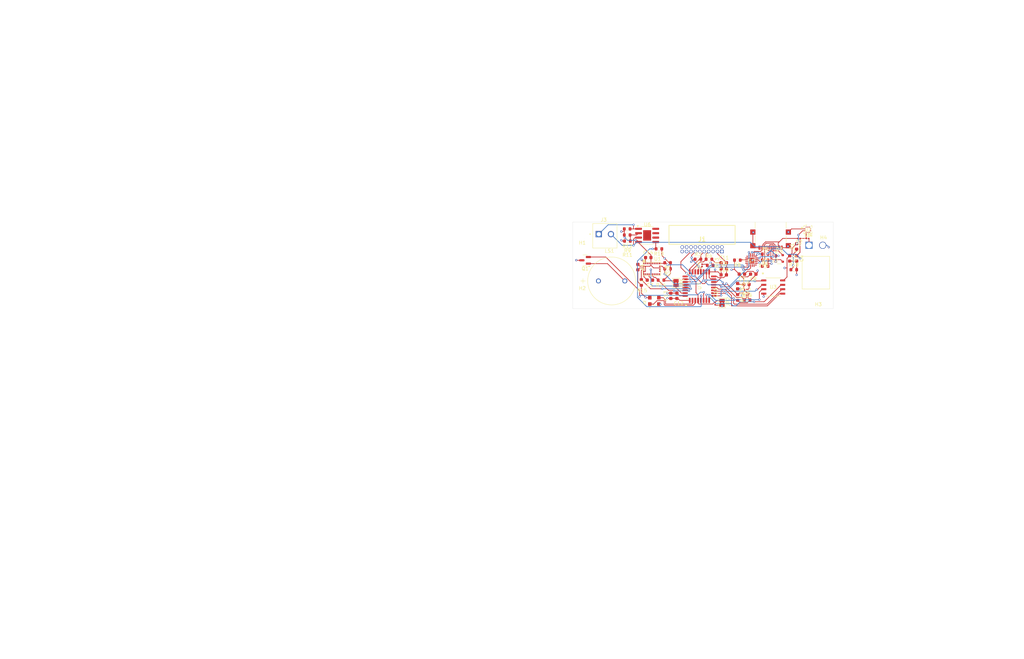
<source format=kicad_pcb>
(kicad_pcb (version 20241229) (generator "pcbnew") (generator_version "9.0")
  (layers (0 "F.Cu" signal) (4 "In1.Cu" power) (6 "In2.Cu" power) (2 "B.Cu" signal) (13 "F.Paste" user) (15 "B.Paste" user) (5 "F.SilkS" user "F.Silkscreen") (7 "B.SilkS" user "B.Silkscreen") (1 "F.Mask" user) (3 "B.Mask" user) (25 "Edge.Cuts" user))
  (net 0 "")
  (net 1 "GND")
  (net 2 "+3V3")
  (net 3 "Net-(U1-CAP)")
  (net 4 "VIN")
  (net 5 "NRST")
  (net 6 "Net-(D1-K)")
  (net 7 "VBUS")
  (net 8 "Net-(J2-DN1)")
  (net 9 "Net-(J2-DP1)")
  (net 10 "Net-(D4-K)")
  (net 11 "COOLLED")
  (net 12 "LIPO_POWER")
  (net 14 "PROG_SWDIO")
  (net 16 "PROG_SWO")
  (net 17 "PROG_SWCLK")
  (net 19 "Net-(J2-CC1)")
  (net 22 "Net-(U6-+)")
  (net 23 "BOOT")
  (net 24 "Net-(Q1-D)")
  (net 25 "Buzzer")
  (net 26 "Altimeter_SDA")
  (net 27 "Altimeter_SCL")
  (net 28 "Net-(U5-VBUS)")
  (net 29 "Net-(U5-WAKEUP)")
  (net 30 "SWITCH")
  (net 31 "Net-(U6--)")
  (net 32 "IMU_nRESET")
  (net 33 "IMU_nBOOTLOADPIN")
  (net 39 "IMU_BL_IND")
  (net 41 "Flash_SO")
  (net 42 "Flash_WP")
  (net 43 "Flash_SI")
  (net 44 "Flash_Hold")
  (net 45 "Flash_CE")
  (net 46 "Flash_SCK")
  (net 49 "USB_RXD")
  (net 52 "USB_RSTB")
  (net 59 "USB_TXD")
  (net 60 "RCC_OSC_IN")
  (net 61 "RCC_OSC_OUT")
  (footprint "Resistor_SMD:R_0603_1608Metric" (layer "F.Cu") (at 209.175 51.75)
    (property "Reference" "R18")
    (property "Value" "240" (hide yes))
  )
  (footprint "Capacitor_SMD:C_0603_1608Metric" (layer "F.Cu") (at 208 48.5 -90)
    (property "Reference" "C3")
    (property "Value" "10uF" (hide yes))
  )
  (footprint "footprint:LGA28R50P4X10_380X520X100" (layer "F.Cu") (at 168.25 51.5)
    (property "Reference" "U1")
    (property "Value" "BNO055" (hide yes))
  )
  (footprint "MountingHole:MountingHole_2.2mm_M2" (layer "F.Cu") (at 148.25 60.25)
    (property "Reference" "H2")
    (property "Value" "MountingHole" (hide yes))
  )
  (footprint "Capacitor_SMD:C_0201_0603Metric" (layer "F.Cu") (at 186.5 61.5 -90)
    (property "Reference" "C15")
    (property "Value" "0.1uF" (hide yes))
  )
  (footprint "Resistor_SMD:R_0603_1608Metric" (layer "F.Cu") (at 193 59.75 -90)
    (property "Reference" "R17")
    (property "Value" "4.7K" (hide yes))
  )
  (footprint "Diode_SMD:D_0201_0603Metric" (layer "F.Cu") (at 182.75 50.5 -90)
    (property "Reference" "D4")
    (property "Value" "LED" (hide yes))
  )
  (footprint "footprint:PHOENIX_1984617" (layer "F.Cu") (at 151.25 45.5)
    (property "Reference" "J3")
    (property "Value" "1984617" (hide yes))
  )
  (footprint "Resistor_SMD:R_0603_1608Metric" (layer "F.Cu") (at 161.25 43.5)
    (property "Reference" "R11")
    (property "Value" "10k" (hide yes))
  )
  (footprint "MountingHole:MountingHole_2.2mm_M2" (layer "F.Cu") (at 217.75 60.25)
    (property "Reference" "H3")
    (property "Value" "MountingHole" (hide yes))
  )
  (footprint "Jumper:SolderJumper-2_P1.3mm_Bridged2Bar_Pad1.0x1.5mm" (layer "F.Cu") (at 188.503115 61.317372 -90)
    (property "Reference" "JP2")
    (property "Value" "Jumper_2_Open" (hide yes))
  )
  (footprint "Resistor_SMD:R_0603_1608Metric" (layer "F.Cu") (at 161.175 41.75 180)
    (property "Reference" "R12")
    (property "Value" "10k" (hide yes))
  )
  (footprint "Resistor_SMD:R_0603_1608Metric" (layer "F.Cu") (at 192.925 49 180)
    (property "Reference" "R8")
    (property "Value" "10k")
  )
  (footprint "footprint:10LGA_2X2X0p75_BOS" (layer "F.Cu") (at 213.25 40.25)
    (property "Reference" "U2")
    (property "Value" "LMS8117AMP-3.3" (hide yes))
  )
  (footprint "Resistor_SMD:R_0603_1608Metric" (layer "F.Cu") (at 170.925 54.75 180)
    (property "Reference" "R14")
    (property "Value" "R")
  )
  (footprint "Capacitor_SMD:C_0603_1608Metric" (layer "F.Cu") (at 210 48.5 -90)
    (property "Reference" "C4")
    (property "Value" "10uF" (hide yes))
  )
  (footprint "Resistor_SMD:R_0603_1608Metric" (layer "F.Cu") (at 170.325 45.75 180)
    (property "Reference" "R10")
    (property "Value" "10k")
  )
  (footprint "footprint:OSC_ECS-327TXO-33-TR" (layer "F.Cu") (at 169 60.75 90)
    (property "Reference" "Y2")
    (property "Value" "ECS-327TXO-33-TR" (hide yes))
  )
  (footprint "Capacitor_SMD:C_0603_1608Metric" (layer "F.Cu") (at 175.5 59.275 90)
    (property "Reference" "C12")
    (property "Value" "10nF" (hide yes))
  )
  (footprint "Capacitor_SMD:C_0603_1608Metric" (layer "F.Cu") (at 194.225 53.026 180)
    (property "Reference" "C7")
    (property "Value" "4.7uF" (hide yes))
  )
  (footprint "footprint:322020020000" (layer "F.Cu") (at 188.465 46.5 180)
    (property "Reference" "J1")
    (property "Value" "3220-20-0200-00" (hide yes))
  )
  (footprint "footprint:LQFP-32" (layer "F.Cu") (at 182 56.5 90)
    (property "Reference" "U7")
    (property "Value" "STM32G441KBT6" (hide yes))
  )
  (footprint "Package_SO:SOIC-8-1EP_3.9x4.9mm_P1.27mm_EP2.29x3mm" (layer "F.Cu") (at 166.93 41.865)
    (property "Reference" "U6")
    (property "Value" "~")
  )
  (footprint "Capacitor_SMD:C_0603_1608Metric" (layer "F.Cu") (at 197.5 53.026 180)
    (property "Reference" "C8")
    (property "Value" "0.1uF" (hide yes))
  )
  (footprint "Resistor_SMD:R_0603_1608Metric" (layer "F.Cu") (at 200.925 49 180)
    (property "Reference" "R6")
    (property "Value" "47.5k" (hide yes))
  )
  (footprint "Capacitor_SMD:C_0603_1608Metric" (layer "F.Cu") (at 167.725 54.75 180)
    (property "Reference" "C2")
    (property "Value" "1uF")
  )
  (footprint "Jumper:SolderJumper-2_P1.3mm_Bridged2Bar_Pad1.0x1.5mm" (layer "F.Cu") (at 175.25 55.6 -90)
    (property "Reference" "JP1")
    (property "Value" "Jumper_2_Open" (hide yes))
  )
  (footprint "Capacitor_SMD:C_0603_1608Metric" (layer "F.Cu") (at 164.25 51 -90)
    (property "Reference" "C1")
    (property "Value" "100nF" (hide yes))
  )
  (footprint "Capacitor_SMD:C_0603_1608Metric" (layer "F.Cu") (at 193 56.5 -90)
    (property "Reference" "C6")
    (property "Value" "1uF" (hide yes))
  )
  (footprint "Capacitor_SMD:C_0603_1608Metric" (layer "F.Cu") (at 189.025 49.75)
    (property "Reference" "C11")
    (property "Value" "100nF" (hide yes))
  )
  (footprint "Resistor_SMD:R_0603_1608Metric" (layer "F.Cu") (at 165.25 55.425 90)
    (property "Reference" "R15")
    (property "Value" "10k" (hide yes))
  )
  (footprint "LED_SMD:LED_0603_1608Metric" (layer "F.Cu") (at 210 45.0375 90)
    (property "Reference" "D1")
    (property "Value" "LED")
  )
  (footprint "Resistor_SMD:R_0603_1608Metric" (layer "F.Cu") (at 184.744911 48.74062 180)
    (property "Reference" "R4")
    (property "Value" "100k" (hide yes))
  )
  (footprint "Resistor_SMD:R_0603_1608Metric" (layer "F.Cu") (at 195.75 60.5)
    (property "Reference" "R16")
    (property "Value" "4.7K" (hide yes))
  )
  (footprint "Capacitor_SMD:C_0603_1608Metric" (layer "F.Cu") (at 195.525 56)
    (property "Reference" "C5")
    (property "Value" "1uF" (hide yes))
  )
  (footprint "MountingHole:MountingHole_2.2mm_M2" (layer "F.Cu") (at 148.25 40.75)
    (property "Reference" "H1")
    (property "Value" "MountingHole" (hide yes))
  )
  (footprint "Resistor_SMD:R_0603_1608Metric" (layer "F.Cu") (at 172.825 51.5 180)
    (property "Reference" "R2")
    (property "Value" "10k" (hide yes))
  )
  (footprint "Resistor_SMD:R_0603_1608Metric" (layer "F.Cu") (at 172.825 49.75 180)
    (property "Reference" "R1")
    (property "Value" "10k" (hide yes))
  )
  (footprint "Package_TO_SOT_SMD:SOT-143" (layer "F.Cu") (at 205 48.5)
    (property "Reference" "D3")
    (property "Value" "SP0503BAHTG" (hide yes))
  )
  (footprint "Capacitor_SMD:C_0603_1608Metric" (layer "F.Cu") (at 189 53.25)
    (property "Reference" "C10")
    (property "Value" "100nF" (hide yes))
  )
  (footprint "Package_TO_SOT_SMD:SOT-23" (layer "F.Cu") (at 149.0625 49.05 180)
    (property "Reference" "Q1")
    (property "Value" "NMOS" (hide yes))
  )
  (footprint "Resistor_SMD:R_0603_1608Metric" (layer "F.Cu") (at 185.075 50.5)
    (property "Reference" "R13")
    (property "Value" "220")
  )
  (footprint "Resistor_SMD:R_0603_1608Metric" (layer "F.Cu") (at 181.56969 48.74062)
    (property "Reference" "R3")
    (property "Value" "100k" (hide yes))
  )
  (footprint "Capacitor_SMD:C_0603_1608Metric" (layer "F.Cu") (at 167.25 48.25)
    (property "Reference" "C14")
    (property "Value" "120nF" (hide yes))
  )
  (footprint "MountingHole:MountingHole_2.2mm_M2" (layer "F.Cu") (at 217.75 40.75)
    (property "Reference" "H4")
    (property "Value" "MountingHole" (hide yes))
  )
  (footprint "Capacitor_SMD:C_0603_1608Metric" (layer "F.Cu") (at 173.75 59.275 90)
    (property "Reference" "C13")
    (property "Value" "1uF" (hide yes))
  )
  (footprint "Capacitor_SMD:C_0603_1608Metric" (layer "F.Cu") (at 189.025 51.5)
    (property "Reference" "C9")
    (property "Value" "4.7uF" (hide yes))
  )
  (footprint "footprint:QFN20_CP2102N_SIL" (layer "F.Cu") (at 196.999811 49.147 180)
    (property "Reference" "U5")
    (property "Value" "CP2102N-A02-GQFN20" (hide yes))
  )
  (footprint "Resistor_SMD:R_0603_1608Metric" (layer "F.Cu") (at 161.175 40 180)
    (property "Reference" "R9")
    (property "Value" "10k" (hide yes))
  )
  (footprint "footprint:TE_647676-2" (layer "F.Cu") (at 213.5575 44.7125)
    (property "Reference" "J4")
    (property "Value" "647676-2" (hide yes))
  )
  (footprint "Diode_SMD:D_0201_0603Metric" (layer "F.Cu") (at 210.655 42.75 180)
    (property "Reference" "D2")
    (property "Value" "D_Zener" (hide yes))
  )
  (footprint "footprint:10LGA_2X2X0p75_BOS" (layer "F.Cu") (at 195.500001 58.2126)
    (property "Reference" "U4")
    (property "Value" "BMP390" (hide yes))
  )
  (footprint "Diode_SMD:D_0201_0603Metric" (layer "F.Cu") (at 213.155 42.75)
    (property "Reference" "D5")
    (property "Value" "D_Zener" (hide yes))
  )
  (footprint "Resistor_SMD:R_0603_1608Metric" (layer "F.Cu") (at 200.925 47.25)
    (property "Reference" "R5")
    (property "Value" "22.1k" (hide yes))
  )
  (footprint "Resistor_SMD:R_0603_1608Metric" (layer "F.Cu") (at 200.925 50.75)
    (property "Reference" "R7")
    (property "Value" "5.1k" (hide yes))
  )
  (footprint "footprint:AMPHENOL_GSB1C41110SSHR" (layer "F.Cu") (at 202.5 41.728493 180)
    (property "Reference" "J2")
    (property "Value" "GSB1C41110SSHR" (hide yes))
  )
  (footprint "footprint:SOIC8_SA_SST_MCH" (layer "F.Cu") (at 203.25 56.75)
    (property "Reference" "U3")
    (property "Value" "SST25VF010A-33-4C-SAE" (hide yes))
  )
  (footprint "footprint:XDCR_AT-1438-TWT-R" (layer "F.Cu") (at 156.7 55)
    (property "Reference" "LS1")
    (property "Value" "AT-1438-TWT-R" (hide yes))
  )
  (gr_rect (start 145.5 38) (end 220.5 63) (stroke (width 0.05)) (fill no) (layer "Edge.Cuts"))
  (segment (start 166 53.0625) (end 166 53.8) (width 0.2) (layer "F.Cu") (net 1))
  (segment (start 160.35 40.75) (end 160.35 41.75) (width 0.2) (layer "F.Cu") (net 1))
  (segment (start 168 50.452) (end 168 49.9375) (width 0.2) (layer "F.Cu") (net 1))
  (segment (start 165.9375 50.75) (end 166.25 50.75) (width 0.2) (layer "F.Cu") (net 1))
  (segment (start 187.195 47.145) (end 187.195 46.5) (width 0.2) (layer "F.Cu") (net 1))
  (segment (start 166.402 52.25) (end 165.9375 52.25) (width 0.2) (layer "F.Cu") (net 1))
  (segment (start 185.9 50.4) (end 185.25 49.75) (width 0.2) (layer "F.Cu") (net 1))
  (segment (start 210 49.275) (end 208 49.275) (width 0.2) (layer "F.Cu") (net 1))
  (segment (start 170.675 61.675) (end 170.75 61.75) (width 0.2) (layer "F.Cu") (net 1))
  (segment (start 186.976 55.3) (end 186.1148 55.3) (width 0.2) (layer "F.Cu") (net 1))
  (segment (start 160.35 40) (end 160.35 40.75) (width 0.2) (layer "F.Cu") (net 1))
  (segment (start 187.377399 54.026) (end 187.0514 53.700001) (width 0.2) (layer "F.Cu") (net 1))
  (segment (start 163.655387 43.310674) (end 163.995674 43.310674) (width 0.2) (layer "F.Cu") (net 1))
  (segment (start 165.9375 53) (end 166 53.0625) (width 0.2) (layer "F.Cu") (net 1))
  (segment (start 165.9375 50.75) (end 164.775 50.75) (width 0.2) (layer "F.Cu") (net 1))
  (segment (start 210 49.275) (end 210 51.75) (width 0.2) (layer "F.Cu") (net 1))
  (segment (start 188.25 54.026) (end 186.976 55.3) (width 0.2) (layer "F.Cu") (net 1))
  (segment (start 186.647372 61.967372) (end 186.5 61.82) (width 0.2) (layer "F.Cu") (net 1))
  (segment (start 212.4626 40) (end 208.523493 40) (width 0.2) (layer "F.Cu") (net 1))
  (segment (start 195 53.026) (end 195.776 52.25) (width 0.2) (layer "F.Cu") (net 1))
  (segment (start 196.3 56) (end 196.3 57.1252) (width 0.2) (layer "F.Cu") (net 1))
  (segment (start 188.503115 61.967372) (end 186.647372 61.967372) (width 0.2) (layer "F.Cu") (net 1))
  (segment (start 164.775 50.75) (end 164.25 50.225) (width 0.2) (layer "F.Cu") (net 1))
  (segment (start 189.8 49.75) (end 189.8 51.5) (width 0.2) (layer "F.Cu") (net 1))
  (segment (start 166 53.8) (end 166.95 54.75) (width 0.2) (layer "F.Cu") (net 1))
  (segment (start 210 51.75) (end 210 53.25) (width 0.2) (layer "F.Cu") (net 1))
  (segment (start 176.299999 59.299999) (end 177.8852 59.299999) (width 0.2) (layer "F.Cu") (net 1))
  (segment (start 208.523493 40) (end 207.62 40.903493) (width 0.2) (layer "F.Cu") (net 1))
  (segment (start 204 47.75) (end 204.75 47.75) (width 0.2) (layer "F.Cu") (net 1))
  (segment (start 197.38 44.833493) (end 197.38 41.12) (width 0.2) (layer "F.Cu") (net 1))
  (segment (start 160.35 41.75) (end 160.35 42.35) (width 0.2) (layer "F.Cu") (net 1))
  (segment (start 168.025 47.525) (end 168.025 48.25) (width 0.2) (layer "F.Cu") (net 1))
  (segment (start 188.999 54.026) (end 188.25 54.026) (width 0.2) (layer "F.Cu") (net 1))
  (segment (start 200.52585 59.47415) (end 200.5 59.5) (width 0.2) (layer "F.Cu") (net 1))
  (segment (start 166.25 50.75) (end 166.451 50.951) (width 0.2) (layer "F.Cu") (net 1))
  (segment (start 198.75 52.551) (end 198.275 53.026) (width 0.2) (layer "F.Cu") (net 1))
  (segment (start 198.75 52.026) (end 198.75 52.551) (width 0.2) (layer "F.Cu") (net 1))
  (segment (start 202.728535 50) (end 202.75321 50.024675) (width 0.2) (layer "F.Cu") (net 1))
  (segment (start 198.396811 49.397063) (end 197.647063 49.397063) (width 0.2) (layer "F.Cu") (net 1))
  (segment (start 198.275 53.251) (end 196.3 55.226) (width 0.2) (layer "F.Cu") (net 1))
  (segment (start 189.8 49.75) (end 187.195 47.145) (width 0.2) (layer "F.Cu") (net 1))
  (segment (start 205.7 45.408493) (end 207.091507 45.408493) (width 0.2) (layer "F.Cu") (net 1))
  (segment (start 189.775 53.25) (end 189.775 51.525) (width 0.2) (layer "F.Cu") (net 1))
  (segment (start 164.455 43.955) (end 168.025 47.525) (width 0.2) (layer "F.Cu") (net 1))
  (segment (start 193 57.275) (end 193.725 57.275) (width 0.2) (layer "F.Cu") (net 1))
  (segment (start 196.3 57.1252) (end 196 57.4252) (width 0.2) (layer "F.Cu") (net 1))
  (segment (start 160.35 40.75) (end 159.5 40.75) (width 0.2) (layer "F.Cu") (net 1))
  (segment (start 146.55 49.05) (end 146.5 49) (width 0.2) (layer "F.Cu") (net 1))
  (segment (start 199.3 45.408493) (end 197.955 45.408493) (width 0.2) (layer "F.Cu") (net 1))
  (segment (start 165.9375 52.25) (end 165.9375 53) (width 0.2) (layer "F.Cu") (net 1))
  (segment (start 201.75 50) (end 201.75 49) (width 0.2) (layer "F.Cu") (net 1))
  (segment (start 173.75 58.5) (end 175.5 58.5) (width 0.2) (layer "F.Cu") (net 1))
  (segment (start 197.499 52.25) (end 198.275 53.026) (width 0.2) (layer "F.Cu") (net 1))
  (segment (start 173.75 58.5) (end 172.75 58.5) (width 0.2) (layer "F.Cu") (net 1))
  (segment (start 168 50.452) (end 168.798 51.25) (width 0.2) (layer "F.Cu") (net 1))
  (segment (start 196.3 55.226) (end 196.3 56) (width 0.2) (layer "F.Cu") (net 1))
  (segment (start 166.451 50.951) (end 166.451 52.201) (width 0.2) (layer "F.Cu") (net 1))
  (segment (start 195.000002 59) (end 194.420642 59) (width 0.2) (layer "F.Cu") (net 1))
  (segment (start 163.995674 43.310674) (end 164.455 43.77) (width 0.2) (layer "F.Cu") (net 1))
  (segment (start 148.125 49.05) (end 146.55 49.05) (width 0.2) (layer "F.Cu") (net 1))
  (segment (start 166.451 52.201) (end 166.402 52.25) (width 0.2) (layer "F.Cu") (net 1))
  (segment (start 195.500001 57.4252) (end 196 57.4252) (width 0.2) (layer "F.Cu") (net 1))
  (segment (start 189.775 53.25) (end 188.999 54.026) (width 0.2) (layer "F.Cu") (net 1))
  (segment (start 193.725 57.275) (end 193.75 57.25) (width 0.2) (layer "F.Cu") (net 1))
  (segment (start 195.602811 48.396811) (end 195.6634 48.4574) (width 0.2) (layer "F.Cu") (net 1))
  (segment (start 194.420642 59) (end 194.264004 59.156638) (width 0.2) (layer "F.Cu") (net 1))
  (segment (start 187.0514 53.700001) (end 186.1148 53.700001) (width 0.2) (layer "F.Cu") (net 1))
  (segment (start 201.75 50.75) (end 201.75 50) (width 0.2) (layer "F.Cu") (net 1))
  (segment (start 168.798 51.25) (end 170.5625 51.25) (width 0.2) (layer "F.Cu") (net 1))
  (segment (start 167.702 50.75) (end 168 50.452) (width 0.2) (layer "F.Cu") (net 1))
  (segment (start 195.776 52.25) (end 197.499 52.25) (width 0.2) (layer "F.Cu") (net 1))
  (segment (start 175.5 58.5) (end 176.299999 59.299999) (width 0.2) (layer "F.Cu") (net 1))
  (segment (start 160.35 42.35) (end 160.5 42.5) (width 0.2) (layer "F.Cu") (net 1))
  (segment (start 195.6634 48.4574) (end 196.7074 48.4574) (width 0.2) (layer "F.Cu") (net 1))
  (segment (start 188.25 54.026) (end 187.377399 54.026) (width 0.2) (layer "F.Cu") (net 1))
  (segment (start 168.025 48.25) (end 168.025 49.9125) (width 0.2) (layer "F.Cu") (net 1))
  (segment (start 165.9375 50.75) (end 167.702 50.75) (width 0.2) (layer "F.Cu") (net 1))
  (segment (start 200.52585 58.655) (end 200.52585 59.47415) (width 0.2) (layer "F.Cu") (net 1))
  (segment (start 201.75 50) (end 202.728535 50) (width 0.2) (layer "F.Cu") (net 1))
  (via (at 160.5 42.5) (size 0.6) (drill 0.3) (layers "F.Cu" "B.Cu") (net 1))
  (via (at 202.75321 50.024675) (size 0.6) (drill 0.3) (layers "F.Cu" "B.Cu") (net 1))
  (via (at 146.5 49) (size 0.6) (drill 0.3) (layers "F.Cu" "B.Cu") (net 1))
  (via (at 200.5 59.5) (size 0.6) (drill 0.3) (layers "F.Cu" "B.Cu") (net 1))
  (via (at 207.62 40.903493) (size 0.6) (drill 0.3) (layers "F.Cu" "B.Cu") (net 1))
  (via (at 188.5 62.2) (size 0.6) (drill 0.3) (layers "F.Cu" "B.Cu") (net 1))
  (via (at 163.655387 43.310674) (size 0.6) (drill 0.3) (layers "F.Cu" "B.Cu") (net 1))
  (via (at 197.25 49) (size 0.6) (drill 0.3) (layers "F.Cu" "B.Cu") (net 1))
  (via (at 198.75 52.026) (size 0.6) (drill 0.3) (layers "F.Cu" "B.Cu") (net 1))
  (via (at 159.5 40.75) (size 0.6) (drill 0.3) (layers "F.Cu" "B.Cu") (net 1))
  (via (at 197.5 41) (size 0.6) (drill 0.3) (layers "F.Cu" "B.Cu") (net 1))
  (via (at 170.75 61.75) (size 0.6) (drill 0.3) (layers "F.Cu" "B.Cu") (net 1))
  (via (at 204.75 47.75) (size 0.6) (drill 0.3) (layers "F.Cu" "B.Cu") (net 1))
  (via (at 193.75 57.25) (size 0.6) (drill 0.3) (layers "F.Cu" "B.Cu") (net 1))
  (via (at 207.5 45) (size 0.6) (drill 0.3) (layers "F.Cu" "B.Cu") (net 1))
  (via (at 172.75 58.5) (size 0.6) (drill 0.3) (layers "F.Cu" "B.Cu") (net 1))
  (via (at 219.25 45.25) (size 0.6) (drill 0.3) (layers "F.Cu" "B.Cu") (net 1))
  (via (at 210 53.25) (size 0.6) (drill 0.3) (layers "F.Cu" "B.Cu") (net 1))
  (via (at 185.25 49.75) (size 0.6) (drill 0.3) (layers "F.Cu" "B.Cu") (net 1))
  (via (at 194.264004 59.156638) (size 0.6) (drill 0.3) (layers "F.Cu" "B.Cu") (net 1))
  (segment (start 160.5 42.5) (end 161.310674 43.310674) (width 0.2) (layer "B.Cu") (net 1))
  (segment (start 217.5175 44.7125) (end 218.7125 44.7125) (width 0.2) (layer "B.Cu") (net 1))
  (segment (start 161.310674 43.310674) (end 163.655387 43.310674) (width 0.2) (layer "B.Cu") (net 1))
  (segment (start 218.7125 44.7125) (end 219.25 45.25) (width 0.2) (layer "B.Cu") (net 1))
  (segment (start 198.249811 47.896939) (end 198.249811 47.775923) (width 0.2) (layer "F.Cu") (net 2))
  (segment (start 173.65 51.5) (end 173.65 49.75) (width 0.2) (layer "F.Cu") (net 2))
  (segment (start 186.5 52.3852) (end 186.5 51.75) (width 0.2) (layer "F.Cu") (net 2))
  (segment (start 196 59) (end 196 59.925) (width 0.2) (layer "F.Cu") (net 2))
  (segment (start 196.725 53.026) (end 195.949 53.802) (width 0.2) (layer "F.Cu") (net 2))
  (segment (start 188.25 51.5) (end 188.25 53.225) (width 0.2) (layer "F.Cu") (net 2))
  (segment (start 173.75 60.05) (end 172.8 60.05) (width 0.2) (layer "F.Cu") (net 2))
  (segment (start 194.226 53.802) (end 194.75 54.326) (width 0.2) (layer "F.Cu") (net 2))
  (segment (start 165.25 56.25) (end 165.25 58.5) (width 0.2) (layer "F.Cu") (net 2))
  (segment (start 164.25 51.775) (end 164.25 55.25) (width 0.2) (layer "F.Cu") (net 2))
  (segment (start 188.25 49.75) (end 186.579291 49.75) (width 0.2) (layer "F.Cu") (net 2))
  (segment (start 171.15 47.65) (end 172 48.5) (width 0.2) (layer "F.Cu") (net 2))
  (segment (start 196 59.925) (end 196.575 60.5) (width 0.2) (layer "F.Cu") (net 2))
  (segment (start 208.671 47.054) (end 208.671 45.579) (width 0.2) (layer "F.Cu") (net 2))
  (segment (start 212.4626 40.5) (end 211.75 40.5) (width 0.2) (layer "F.Cu") (net 2))
  (segment (start 194.75 56) (end 193.275 56) (width 0.2) (layer "F.Cu") (net 2))
  (segment (start 195.949 53.802) (end 194.226 53.802) (width 0.2) (layer "F.Cu") (net 2))
  (segment (start 173.65 52.85) (end 171.75 54.75) (width 0.2) (layer "F.Cu") (net 2))
  (segment (start 159.75 43.5) (end 159.5 43.25) (width 0.2) (layer "F.Cu") (net 2))
  (segment (start 186.5 52.3852) (end 184.799999 52.3852) (width 0.2) (layer "F.Cu") (net 2))
  (segment (start 184.799999 53.9778) (end 184.799999 52.3852) (width 0.2) (layer "F.Cu") (net 2))
  (segment (start 196.287401 58.4626) (end 196.287401 58.712599) (width 0.2) (layer "F.Cu") (net 2))
  (segment (start 193 60.575) (end 193.701 61.276) (width 0.2) (layer "F.Cu") (net 2))
  (segment (start 186.1148 54.500001) (end 185.3222 54.500001) (width 0.2) (layer "F.Cu") (net 2))
  (segment (start 194.75 54.326) (end 194.75 56) (width 0.2) (layer "F.Cu") (net 2))
  (segment (start 187.3602 52.3852) (end 186.5 52.3852) (width 0.2) (layer "F.Cu") (net 2))
  (segment (start 192.1 51.676) (end 191.324 51.676) (width 0.2) (layer "F.Cu") (net 2))
  (segment (start 165.374297 48.874289) (end 165.374297 49.124297) (width 0.2) (layer "F.Cu") (net 2))
  (segment (start 196.287401 58.712599) (end 196 59) (width 0.2) (layer "F.Cu") (net 2))
  (segment (start 192.1 51.676) (end 193.45 53.026) (width 0.2) (layer "F.Cu") (net 2))
  (segment (start 172.8 60.05) (end 172.75 60) (width 0.2) (layer "F.Cu") (net 2))
  (segment (start 194.9626 57.7126) (end 195.7126 58.4626) (width 0.2) (layer "F.Cu") (net 2))
  (segment (start 165.25 58.5) (end 166.5 59.75) (width 0.2) (layer "F.Cu") (net 2))
  (segment (start 180.74469 48.74062) (end 180.35938 48.74062) (width 0.2) (layer "F.Cu") (net 2))
  (segment (start 198.249811 47.775923) (end 198.675734 47.35) (width 0.2) (layer "F.Cu") (net 2))
  (segment (start 195.799 61.276) (end 196.575 60.5) (width 0.2) (layer "F.Cu") (net 2))
  (segment (start 186.579291 49.75) (end 185.569911 48.74062) (width 0.2) (layer "F.Cu") (net 2))
  (segment (start 176.3648 60.6148) (end 179.200001 60.6148) (width 0.2) (layer "F.Cu") (net 2))
  (segment (start 165.5 49.25) (end 166.5 49.25) (width 0.2) (layer "F.Cu") (net 2))
  (segment (start 166.5 49.9375) (end 166.5 49.25) (width 0.2) (layer "F.Cu") (net 2))
  (segment (start 180.35938 48.74062) (end 179.625735 49.474265) (width 0.2) (layer "F.Cu") (net 2))
  (segment (start 194.75 57.175198) (end 195.000002 57.4252) (width 0.2) (layer "F.Cu") (net 2))
  (segment (start 207.22415 53.845) (end 206.22415 54.845) (width 0.2) (layer "F.Cu") (net 2))
  (segment (start 195.7126 58.4626) (end 196.287401 58.4626) (width 0.2) (layer "F.Cu") (net 2))
  (segment (start 173.75 60.05) (end 175.5 60.05) (width 0.2) (layer "F.Cu") (net 2))
  (segment (start 208 47.725) (end 207.22415 48.50085) (width 0.2) (layer "F.Cu") (net 2))
  (segment (start 164.25 55.25) (end 165.25 56.25) (width 0.2) (layer "F.Cu") (net 2))
  (segment (start 194.226 53.802) (end 193.45 53.026) (width 0.2) (layer "F.Cu") (net 2))
  (segment (start 208 47.725) (end 208.671 47.054) (width 0.2) (layer "F.Cu") (net 2))
  (segment (start 166.575 59.825) (end 166.5 59.75) (width 0.2) (layer "F.Cu") (net 2))
  (segment (start 192.1 51.676) (end 192.1 49) (width 0.2) (layer "F.Cu") (net 2))
  (segment (start 173.25 49.75) (end 172 48.5) (width 0.2) (layer "F.Cu") (net 2))
  (segment (start 207.22415 51.25) (end 207.22415 53.845) (width 0.2) (layer "F.Cu") (net 2))
  (segment (start 164.25 51.775) (end 164.775 51.25) (width 0.2) (layer "F.Cu") (net 2))
  (segment (start 175.25 54.95) (end 171.95 54.95) (width 0.2) (layer "F.Cu") (net 2))
  (segment (start 171.15 45.75) (end 171.15 47.65) (width 0.2) (layer "F.Cu") (net 2))
  (segment (start 195.000002 57.4252) (end 195.000002 57.675199) (width 0.2) (layer "F.Cu") (net 2))
  (segment (start 207.22415 51.25) (end 206.5 51.25) (width 0.2) (layer "F.Cu") (net 2))
  (segment (start 193.701 61.276) (end 195.799 61.276) (width 0.2) (layer "F.Cu") (net 2))
  (segment (start 207.22415 48.50085) (end 207.22415 51.25) (width 0.2) (layer "F.Cu") (net 2))
  (segment (start 194.9626 57.7126) (end 194.712601 57.9626) (width 0.2) (layer "F.Cu") (net 2))
  (segment (start 160.425 43.5) (end 159.75 43.5) (width 0.2) (layer "F.Cu") (net 2))
  (segment (start 211.75 40.5) (end 210.5 41.75) (width 0.2) (layer "F.Cu") (net 2))
  (segment (start 188.225 53.25) (end 187.3602 52.3852) (width 0.2) (layer "F.Cu") (net 2))
  (segment (start 166.5 49.25) (end 166.5 48.275) (width 0.2) (layer "F.Cu") (net 2))
  (segment (start 194.75 56) (end 194.75 57.175198) (width 0.2) (layer "F.Cu") (net 2))
  (segment (start 208.671 45.579) (end 210 44.25) (width 0.2) (layer "F.Cu") (net 2))
  (segment (start 164.775 51.25) (end 165.9375 51.25) (width 0.2) (layer "F.Cu") (net 2))
  (segment (start 173.65 51.5) (end 173.65 52.85) (width 0.2) (layer "F.Cu") (net 2))
  (segment (start 165.374297 49.124297) (end 165.5 49.25) (width 0.2) (layer "F.Cu") (net 2))
  (segment (start 167.7 59.825) (end 166.575 59.825) (width 0.2) (layer "F.Cu") (net 2))
  (segment (start 185.3222 54.500001) (end 184.799999 53.9778) (width 0.2) (layer "F.Cu") (net 2))
  (segment (start 175.8 60.05) (end 176.3648 60.6148) (width 0.2) (layer "F.Cu") (net 2))
  (segment (start 188.25 49.75) (end 188.25 51.5) (width 0.2) (layer "F.Cu") (net 2))
  (segment (start 191.324 51.676) (end 191.25 51.75) (width 0.2) (layer "F.Cu") (net 2))
  (segment (start 173.65 49.75) (end 173.25 49.75) (width 0.2) (layer "F.Cu") (net 2))
  (segment (start 195.000002 57.675199) (end 194.9626 57.7126) (width 0.2) (layer "F.Cu") (net 2))
  (via (at 206.5 51.25) (size 0.6) (drill 0.3) (layers "F.Cu" "B.Cu") (net 2))
  (via (at 159.5 43.25) (size 0.6) (drill 0.3) (layers "F.Cu" "B.Cu") (net 2))
  (via (at 191.25 51.75) (size 0.6) (drill 0.3) (layers "F.Cu" "B.Cu") (net 2))
  (via (at 165.374297 48.874289) (size 0.6) (drill 0.3) (layers "F.Cu" "B.Cu") (net 2))
  (via (at 198.675734 47.35) (size 0.6) (drill 0.3) (layers "F.Cu" "B.Cu") (net 2))
  (via (at 210 44.25) (size 0.6) (drill 0.3) (layers "F.Cu" "B.Cu") (net 2))
  (via (at 210.5 41.75) (size 0.6) (drill 0.3) (layers "F.Cu" "B.Cu") (net 2))
  (via (at 186.5 51.75) (size 0.6) (drill 0.3) (layers "F.Cu" "B.Cu") (net 2))
  (via (at 166.5 59.75) (size 0.6) (drill 0.3) (layers "F.Cu" "B.Cu") (net 2))
  (via (at 179.625735 49.474265) (size 0.6) (drill 0.3) (layers "F.Cu" "B.Cu") (net 2))
  (via (at 172 48.5) (size 0.6) (drill 0.3) (layers "F.Cu" "B.Cu") (net 2))
  (via (at 172.75 60) (size 0.6) (drill 0.3) (layers "F.Cu" "B.Cu") (net 2))
  (segment (start 210.5 41.75) (end 210.5 43.75) (width 0.2) (layer "B.Cu") (net 2))
  (segment (start 210.5 43.75) (end 210 44.25) (width 0.2) (layer "B.Cu") (net 2))
  (segment (start 167.5 53.0625) (end 167.5 53.75) (width 0.2) (layer "F.Cu") (net 3))
  (segment (start 167.5 53.75) (end 168.5 54.75) (width 0.2) (layer "F.Cu") (net 3))
  (segment (start 163 44.75) (end 163 42.980001) (width 0.2) (layer "F.Cu") (net 4))
  (segment (start 212.750001 42.665001) (end 212.750001 41.0374) (width 0.2) (layer "F.Cu") (net 4))
  (segment (start 163 42.980001) (end 163.480001 42.5) (width 0.2) (layer "F.Cu") (net 4))
  (segment (start 210.225 47.725) (end 211 48.5) (width 0.2) (layer "F.Cu") (net 4))
  (segment (start 210.975 42.75) (end 210.975 46.75) (width 0.2) (layer "F.Cu") (net 4))
  (segment (start 210.975 46.75) (end 210 47.725) (width 0.2) (layer "F.Cu") (net 4))
  (segment (start 163.480001 42.5) (end 164.455 42.5) (width 0.2) (layer "F.Cu") (net 4))
  (segment (start 212.835 42.75) (end 210.975 42.75) (width 0.2) (layer "F.Cu") (net 4))
  (via (at 163 44.75) (size 0.6) (drill 0.3) (layers "F.Cu" "B.Cu") (net 4))
  (via (at 211 48.5) (size 0.6) (drill 0.3) (layers "F.Cu" "B.Cu") (net 4))
  (segment (start 205.148943 45.106771) (end 197.943286 45.106771) (width 0.2) (layer "B.Cu") (net 4))
  (segment (start 159.75 44.75) (end 163 44.75) (width 0.2) (layer "B.Cu") (net 4))
  (segment (start 197.943286 45.106771) (end 196.701517 43.865002) (width 0.2) (layer "B.Cu") (net 4))
  (segment (start 196.701517 43.865002) (end 163.884998 43.865002) (width 0.2) (layer "B.Cu") (net 4))
  (segment (start 211 48.5) (end 209.834914 47.334914) (width 0.2) (layer "B.Cu") (net 4))
  (segment (start 163.884998 43.865002) (end 163 44.75) (width 0.2) (layer "B.Cu") (net 4))
  (segment (start 209.834914 47.334914) (end 207.377086 47.334914) (width 0.2) (layer "B.Cu") (net 4))
  (segment (start 156.5 41.5) (end 159.75 44.75) (width 0.2) (layer "B.Cu") (net 4))
  (segment (start 207.377086 47.334914) (end 205.148943 45.106771) (width 0.2) (layer "B.Cu") (net 4))
  (segment (start 181 58.4) (end 181.600001 59.000001) (width 0.2) (layer "F.Cu") (net 5))
  (segment (start 186.5 61.18) (end 187.012628 60.667372) (width 0.2) (layer "F.Cu") (net 5))
  (segment (start 176.648598 51.148598) (end 178.25 52.75) (width 0.2) (layer "F.Cu") (net 5))
  (segment (start 187.012628 60.667372) (end 188.503115 60.667372) (width 0.2) (layer "F.Cu") (net 5))
  (segment (start 179.225375 53.700377) (end 179.450377 53.700377) (width 0.2) (layer "F.Cu") (net 5))
  (segment (start 185.827601 61.6524) (end 186.300001 61.18) (width 0.2) (layer "F.Cu") (net 5))
  (segment (start 186.300001 61.18) (end 186.5 61.18) (width 0.2) (layer "F.Cu") (net 5))
  (segment (start 181.600001 60.6148) (end 181.600001 61.407402) (width 0.2) (layer "F.Cu") (net 5))
  (segment (start 181.600001 61.407402) (end 181.844999 61.6524) (width 0.2) (layer "F.Cu") (net 5))
  (segment (start 181.844999 61.6524) (end 185.827601 61.6524) (width 0.2) (layer "F.Cu") (net 5))
  (segment (start 179.450377 53.700377) (end 181 55.25) (width 0.2) (layer "F.Cu") (net 5))
  (segment (start 181.600001 59.000001) (end 181.600001 60.6148) (width 0.2) (layer "F.Cu") (net 5))
  (segment (start 181 55.25) (end 181 58.4) (width 0.2) (layer "F.Cu") (net 5))
  (segment (start 176.648598 49.426402) (end 176.648598 51.148598) (width 0.2) (layer "F.Cu") (net 5))
  (segment (start 176.648598 49.426402) (end 179.575 46.5) (width 0.2) (layer "F.Cu") (net 5))
  (via (at 179.225375 53.700377) (size 0.6) (drill 0.3) (layers "F.Cu" "B.Cu") (net 5))
  (via (at 178.25 52.75) (size 0.6) (drill 0.3) (layers "F.Cu" "B.Cu") (net 5))
  (segment (start 178.25 52.75) (end 178.274998 52.75) (width 0.2) (layer "B.Cu") (net 5))
  (segment (start 178.274998 52.75) (end 179.225375 53.700377) (width 0.2) (layer "B.Cu") (net 5))
  (segment (start 210 46.2921) (end 209.025 47.2671) (width 0.2) (layer "F.Cu") (net 6))
  (segment (start 209 51.1) (end 208.35 51.75) (width 0.2) (layer "F.Cu") (net 6))
  (segment (start 209 50.5) (end 209 51.1) (width 0.2) (layer "F.Cu") (net 6))
  (segment (start 210 45.825) (end 210 46.2921) (width 0.2) (layer "F.Cu") (net 6))
  (segment (start 209.025 47.2671) (end 209.025 47.935914) (width 0.2) (layer "F.Cu") (net 6))
  (via (at 209 50.5) (size 0.6) (drill 0.3) (layers "F.Cu" "B.Cu") (net 6))
  (via (at 209.025 47.935914) (size 0.6) (drill 0.3) (layers "F.Cu" "B.Cu") (net 6))
  (segment (start 209.025 47.935914) (end 209.025 50.475) (width 0.2) (layer "B.Cu") (net 6))
  (segment (start 209.025 50.475) (end 209 50.5) (width 0.2) (layer "B.Cu") (net 6))
  (segment (start 200.299 44.465393) (end 201.0339 43.730493) (width 0.2) (layer "F.Cu") (net 7))
  (segment (start 204.689 44.043129) (end 204.689 44.623857) (width 0.2) (layer "F.Cu") (net 7))
  (segment (start 205.982129 42.75) (end 204.991064 43.741064) (width 0.2) (layer "F.Cu") (net 7))
  (segment (start 200.1 45.408493) (end 200.1 46.04675) (width 0.2) (layer "F.Cu") (net 7))
  (segment (start 210.335 42.75) (end 205.982129 42.75) (width 0.2) (layer "F.Cu") (net 7))
  (segment (start 201.0339 43.730493) (end 204.980493 43.730493) (width 0.2) (layer "F.Cu") (net 7))
  (segment (start 200.299 45.209493) (end 200.299 44.465393) (width 0.2) (layer "F.Cu") (net 7))
  (segment (start 204.991064 43.741064) (end 204.689 44.043129) (width 0.2) (layer "F.Cu") (net 7))
  (segment (start 197.75 46.5) (end 197.75 47.75) (width 0.2) (layer "F.Cu") (net 7))
  (segment (start 204.689 44.623857) (end 204.9 44.834857) (width 0.2) (layer "F.Cu") (net 7))
  (segment (start 200.1 46.04675) (end 199.64675 46.5) (width 0.2) (layer "F.Cu") (net 7))
  (segment (start 199.64675 46.5) (end 197.75 46.5) (width 0.2) (layer "F.Cu") (net 7))
  (segment (start 204.980493 43.730493) (end 204.991064 43.741064) (width 0.2) (layer "F.Cu") (net 7))
  (segment (start 204.9 44.834857) (end 204.9 45.408493) (width 0.2) (layer "F.Cu") (net 7))
  (via (at 204 49.45) (size 0.6) (drill 0.3) (layers "F.Cu" "B.Cu") (net 7))
  (via (at 201.673899 47.173899) (size 0.6) (drill 0.3) (layers "F.Cu" "B.Cu") (net 7))
  (via (at 204.9 45.707771) (size 0.6) (drill 0.3) (layers "F.Cu" "B.Cu") (net 7))
  (segment (start 204 47.546385) (end 204 49.45) (width 0.2) (layer "B.Cu") (net 7))
  (segment (start 202.40247 46.445328) (end 202.898943 46.445328) (width 0.2) (layer "B.Cu") (net 7))
  (segment (start 201.673899 47.076101) (end 201.673899 47.173899) (width 0.2) (layer "B.Cu") (net 7))
  (segment (start 204.9 45.707771) (end 203.042229 45.707771) (width 0.2) (layer "B.Cu") (net 7))
  (segment (start 202.898943 46.445328) (end 204 47.546385) (width 0.2) (layer "B.Cu") (net 7))
  (segment (start 203.042229 45.707771) (end 201.673899 47.076101) (width 0.2) (layer "B.Cu") (net 7))
  (segment (start 201.673899 47.173899) (end 202.40247 46.445328) (width 0.2) (layer "B.Cu") (net 7))
  (segment (start 202.25 45.408493) (end 202.25 44.633493) (width 0.2) (layer "F.Cu") (net 8))
  (segment (start 202.25 44.633493) (end 202.351 44.532493) (width 0.2) (layer "F.Cu") (net 8))
  (segment (start 203.201 46.284493) (end 204.734493 46.284493) (width 0.2) (layer "F.Cu") (net 8))
  (segment (start 202.351 44.532493) (end 203.1339 44.532493) (width 0.2) (layer "F.Cu") (net 8))
  (segment (start 203.25 45.408493) (end 203.25 46.235493) (width 0.2) (layer "F.Cu") (net 8))
  (segment (start 199.240182 48.396811) (end 198.396811 48.396811) (width 0.2) (layer "F.Cu") (net 8))
  (segment (start 203.201 46.284493) (end 203.201 47.920772) (width 0.2) (layer "F.Cu") (net 8))
  (segment (start 203.25 46.235493) (end 203.201 46.284493) (width 0.2) (layer "F.Cu") (net 8))
  (segment (start 203.201 47.920772) (end 203.15 47.971772) (width 0.2) (layer "F.Cu") (net 8))
  (segment (start 204.734493 46.284493) (end 206 47.55) (width 0.2) (layer "F.Cu") (net 8))
  (segment (start 203.25 44.648593) (end 203.25 45.408493) (width 0.2) (layer "F.Cu") (net 8))
  (segment (start 203.1339 44.532493) (end 203.25 44.648593) (width 0.2) (layer "F.Cu") (net 8))
  (via (at 199.240182 48.396811) (size 0.6) (drill 0.3) (layers "F.Cu" "B.Cu") (net 8))
  (via (at 203.15 47.971772) (size 0.6) (drill 0.3) (layers "F.Cu" "B.Cu") (net 8))
  (segment (start 203.15 47.971772) (end 199.665221 47.971772) (width 0.2) (layer "B.Cu") (net 8))
  (segment (start 199.665221 47.971772) (end 199.240182 48.396811) (width 0.2) (layer "B.Cu") (net 8))
  (segment (start 198.396811 48.896937) (end 198.890365 48.896937) (width 0.2) (layer "F.Cu") (net 9))
  (segment (start 202.578285 48.25) (end 202.578285 49.159643) (width 0.2) (layer "F.Cu") (net 9))
  (segment (start 201.75 45.408493) (end 201.75 46.235493) (width 0.2) (layer "F.Cu") (net 9))
  (segment (start 198.890365 48.896937) (end 199.302703 49.309275) (width 0.2) (layer "F.Cu") (net 9))
  (segment (start 202.701 46.284493) (end 202.549 46.436493) (width 0.2) (layer "F.Cu") (net 9))
  (segment (start 202.578285 48.25) (end 203.177285 48.849) (width 0.2) (layer "F.Cu") (net 9))
  (segment (start 201.799 46.284493) (end 202.701 46.284493) (width 0.2) (layer "F.Cu") (net 9))
  (segment (start 202.578285 49.159643) (end 202.65 49.231358) (width 0.2) (layer "F.Cu") (net 9))
  (segment (start 202.75 46.235493) (end 202.75 45.408493) (width 0.2) (layer "F.Cu") (net 9))
  (segment (start 202.701 46.284493) (end 202.75 46.235493) (width 0.2) (layer "F.Cu") (net 9))
  (segment (start 205.399 48.849) (end 206 49.45) (width 0.2) (layer "F.Cu") (net 9))
  (segment (start 201.75 46.235493) (end 201.799 46.284493) (width 0.2) (layer "F.Cu") (net 9))
  (segment (start 202.549 46.436493) (end 202.549 48.220715) (width 0.2) (layer "F.Cu") (net 9))
  (segment (start 202.549 48.220715) (end 202.578285 48.25) (width 0.2) (layer "F.Cu") (net 9))
  (segment (start 199.302703 49.309275) (end 199.302703 49.747619) (width 0.2) (layer "F.Cu") (net 9))
  (segment (start 203.177285 48.849) (end 205.399 48.849) (width 0.2) (layer "F.Cu") (net 9))
  (via (at 199.302703 49.747619) (size 0.6) (drill 0.3) (layers "F.Cu" "B.Cu") (net 9))
  (via (at 202.65 49.231358) (size 0.6) (drill 0.3) (layers "F.Cu" "B.Cu") (net 9))
  (via (at 199.302703 49.747619) (size 0.6) (drill 0.3) (layers "F.Cu" "B.Cu") (net 9))
  (segment (start 199.818964 49.231358) (end 199.302703 49.747619) (width 0.2) (layer "B.Cu") (net 9))
  (segment (start 202.65 49.231358) (end 199.818964 49.231358) (width 0.2) (layer "B.Cu") (net 9))
  (segment (start 182.75 50.18) (end 183.93 50.18) (width 0.2) (layer "F.Cu") (net 10))
  (segment (start 183.93 50.18) (end 184.25 50.5) (width 0.2) (layer "F.Cu") (net 10))
  (segment (start 182.399999 51.170001) (end 182.399999 52.3852) (width 0.2) (layer "F.Cu") (net 11))
  (segment (start 182.75 50.82) (end 182.399999 51.170001) (width 0.2) (layer "F.Cu") (net 11))
  (segment (start 213.5575 44.7125) (end 213.5575 42.8325) (width 0.2) (layer "F.Cu") (net 12))
  (segment (start 183.919911 47.235089) (end 184.655 46.5) (width 0.2) (layer "F.Cu") (net 14))
  (segment (start 183.143911 49.51662) (end 182.23338 49.51662) (width 0.2) (layer "F.Cu") (net 14))
  (segment (start 183.919911 48.74062) (end 183.143911 49.51662) (width 0.2) (layer "F.Cu") (net 14))
  (segment (start 182.23338 49.51662) (end 180.000001 51.749999) (width 0.2) (layer "F.Cu") (net 14))
  (segment (start 183.919911 48.74062) (end 183.919911 47.235089) (width 0.2) (layer "F.Cu") (net 14))
  (segment (start 179.75 47.595) (end 179.75 48.25) (width 0.2) (layer "F.Cu") (net 16))
  (segment (start 180.845 46.5) (end 179.75 47.595) (width 0.2) (layer "F.Cu") (net 16))
  (segment (start 181.799265 50.799265) (end 181.799265 52.185936) (width 0.2) (layer "F.Cu") (net 16))
  (segment (start 181.799265 52.185936) (end 181.600001 52.3852) (width 0.2) (layer "F.Cu") (net 16))
  (via (at 179.75 48.25) (size 0.6) (drill 0.3) (layers "F.Cu" "B.Cu") (net 16))
  (via (at 181.799265 50.799265) (size 0.6) (drill 0.3) (layers "F.Cu" "B.Cu") (net 16))
  (segment (start 179.75 48.75) (end 181.799265 50.799265) (width 0.2) (layer "B.Cu") (net 16))
  (segment (start 179.75 48.25) (end 179.75 48.75) (width 0.2) (layer "B.Cu") (net 16))
  (segment (start 182.39469 48.74062) (end 182.39469 47.49031) (width 0.2) (layer "F.Cu") (net 17))
  (segment (start 181.99469 48.74062) (end 179.200001 51.535309) (width 0.2) (layer "F.Cu") (net 17))
  (segment (start 182.39469 48.74062) (end 181.99469 48.74062) (width 0.2) (layer "F.Cu") (net 17))
  (segment (start 182.39469 47.49031) (end 183.385 46.5) (width 0.2) (layer "F.Cu") (net 17))
  (segment (start 179.200001 51.535309) (end 179.200001 52.3852) (width 0.2) (layer "F.Cu") (net 17))
  (segment (start 200.801 50.049) (end 200.1 50.75) (width 0.2) (layer "F.Cu") (net 19))
  (segment (start 203.75 44.581493) (end 203.75 45.408493) (width 0.2) (layer "F.Cu") (net 19))
  (segment (start 200.75 45.408493) (end 200.75 46.710936) (width 0.2) (layer "F.Cu") (net 19))
  (segment (start 200.801 46.761936) (end 200.801 50.049) (width 0.2) (layer "F.Cu") (net 19))
  (segment (start 203.3 44.131493) (end 203.75 44.581493) (width 0.2) (layer "F.Cu") (net 19))
  (segment (start 201.2 44.131493) (end 203.3 44.131493) (width 0.2) (layer "F.Cu") (net 19))
  (segment (start 200.75 45.408493) (end 200.75 44.581493) (width 0.2) (layer "F.Cu") (net 19))
  (segment (start 200.75 44.581493) (end 201.2 44.131493) (width 0.2) (layer "F.Cu") (net 19))
  (segment (start 200.75 46.710936) (end 200.801 46.761936) (width 0.2) (layer "F.Cu") (net 19))
  (segment (start 163 38.8) (end 163 40) (width 0.2) (layer "F.Cu") (net 22))
  (segment (start 163 40) (end 162 40) (width 0.2) (layer "F.Cu") (net 22))
  (segment (start 163 40) (end 164.415 40) (width 0.2) (layer "F.Cu") (net 22))
  (via (at 163 38.8) (size 0.6) (drill 0.3) (layers "F.Cu" "B.Cu") (net 22))
  (segment (start 155.7 38.8) (end 163 38.8) (width 0.2) (layer "B.Cu") (net 22))
  (segment (start 153 41.5) (end 155.7 38.8) (width 0.2) (layer "B.Cu") (net 22))
  (segment (start 176.799999 58.499999) (end 177.8852 58.499999) (width 0.2) (layer "F.Cu") (net 23))
  (segment (start 175.25 56.25) (end 175.25 56.95) (width 0.2) (layer "F.Cu") (net 23))
  (segment (start 175.25 56.95) (end 176.799999 58.499999) (width 0.2) (layer "F.Cu") (net 23))
  (segment (start 155.5 50) (end 160.5 55) (width 0.2) (layer "F.Cu") (net 24))
  (segment (start 150 50) (end 155.5 50) (width 0.2) (layer "F.Cu") (net 24))
  (segment (start 155.021285 48.1) (end 164.75 57.828715) (width 0.2) (layer "F.Cu") (net 25))
  (segment (start 150 48.1) (end 155.021285 48.1) (width 0.2) (layer "F.Cu") (net 25))
  (segment (start 164.75 57.828715) (end 164.75 59.5) (width 0.2) (layer "F.Cu") (net 25))
  (segment (start 183.2 58.8) (end 183.2 60.6148) (width 0.2) (layer "F.Cu") (net 25))
  (segment (start 183.25 58.75) (end 183.2 58.8) (width 0.2) (layer "F.Cu") (net 25))
  (segment (start 183.25 58.25) (end 183.25 58.75) (width 0.2) (layer "F.Cu") (net 25))
  (via (at 164.75 59.5) (size 0.6) (drill 0.3) (layers "F.Cu" "B.Cu") (net 25))
  (via (at 183.25 58.25) (size 0.6) (drill 0.3) (layers "F.Cu" "B.Cu") (net 25))
  (segment (start 165.101 59.149) (end 178.601 59.149) (width 0.2) (layer "B.Cu") (net 25))
  (segment (start 164.75 59.5) (end 165.101 59.149) (width 0.2) (layer "B.Cu") (net 25))
  (segment (start 182.25 58.25) (end 183.25 58.25) (width 0.2) (layer "B.Cu") (net 25))
  (segment (start 181.5 59) (end 182.25 58.25) (width 0.2) (layer "B.Cu") (net 25))
  (segment (start 178.75 59) (end 181.5 59) (width 0.2) (layer "B.Cu") (net 25))
  (segment (start 178.601 59.149) (end 178.75 59) (width 0.2) (layer "B.Cu") (net 25))
  (segment (start 195.500001 59.924999) (end 194.925 60.5) (width 0.2) (layer "F.Cu") (net 26))
  (segment (start 172.237839 49.75) (end 172.814299 50.32646) (width 0.2) (layer "F.Cu") (net 26))
  (segment (start 194.925 60.5) (end 194.175 59.75) (width 0.2) (layer "F.Cu") (net 26))
  (segment (start 192.635936 59.75) (end 188.75 55.864064) (width 0.2) (layer "F.Cu") (net 26))
  (segment (start 184 55.25) (end 183.5 55.75) (width 0.2) (layer "F.Cu") (net 26))
  (segment (start 194.175 59.75) (end 192.635936 59.75) (width 0.2) (layer "F.Cu") (net 26))
  (segment (start 182.825602 55.75) (end 180.697404 53.621802) (width 0.2) (layer "F.Cu") (net 26))
  (segment (start 184 54.75) (end 184 55.25) (width 0.2) (layer "F.Cu") (net 26))
  (segment (start 184 54.75) (end 184.000001 52.3852) (width 0.2) (layer "F.Cu") (net 26))
  (segment (start 195.500001 59) (end 195.500001 59.924999) (width 0.2) (layer "F.Cu") (net 26))
  (segment (start 183.5 55.75) (end 182.825602 55.75) (width 0.2) (layer "F.Cu") (net 26))
  (segment (start 188.75 55.864064) (end 188.75 55.5) (width 0.2) (layer "F.Cu") (net 26))
  (segment (start 170.5 49.9375) (end 171.8125 49.9375) (width 0.2) (layer "F.Cu") (net 26))
  (via (at 180.697404 53.621802) (size 0.6) (drill 0.3) (layers "F.Cu" "B.Cu") (net 26))
  (via (at 188.75 55.5) (size 0.6) (drill 0.3) (layers "F.Cu" "B.Cu") (net 26))
  (via (at 184 54.75) (size 0.6) (drill 0.3) (layers "F.Cu" "B.Cu") (net 26))
  (via (at 172.814299 50.32646) (size 0.6) (drill 0.3) (layers "F.Cu" "B.Cu") (net 26))
  (segment (start 179.75 52.954058) (end 177.122402 50.32646) (width 0.2) (layer "B.Cu") (net 26))
  (segment (start 179.962574 53.621802) (end 179.75 53.409228) (width 0.2) (layer "B.Cu") (net 26))
  (segment (start 179.75 53.409228) (end 179.75 52.954058) (width 0.2) (layer "B.Cu") (net 26))
  (segment (start 177.122402 50.32646) (end 172.814299 50.32646) (width 0.2) (layer "B.Cu") (net 26))
  (segment (start 179.962574 53.621802) (end 180.697404 53.621802) (width 0.2) (layer "B.Cu") (net 26))
  (segment (start 188.75 55.5) (end 188 54.75) (width 0.2) (layer "B.Cu") (net 26))
  (segment (start 188 54.75) (end 184 54.75) (width 0.2) (layer "B.Cu") (net 26))
  (segment (start 183.2 54.3) (end 183.2 52.3852) (width 0.2) (layer "F.Cu") (net 27))
  (segment (start 193 58.925) (end 189.825 55.75) (width 0.2) (layer "F.Cu") (net 27))
  (segment (start 171.25 50.75) (end 172 51.5) (width 0.2) (layer "F.Cu") (net 27))
  (segment (start 194.712601 58.4626) (end 193.4624 58.4626) (width 0.2) (layer "F.Cu") (net 27))
  (segment (start 172 51.5) (end 172 53) (width 0.2) (layer "F.Cu") (net 27))
  (segment (start 189.825 55.75) (end 189.75 55.75) (width 0.2) (layer "F.Cu") (net 27))
  (segment (start 193.4624 58.4626) (end 193 58.925) (width 0.2) (layer "F.Cu") (net 27))
  (segment (start 170.5625 50.75) (end 171.25 50.75) (width 0.2) (layer "F.Cu") (net 27))
  (segment (start 183.199997 54.300003) (end 183.2 54.3) (width 0.2) (layer "F.Cu") (net 27))
  (segment (start 183.199997 54.75) (end 183.199997 54.300003) (width 0.2) (layer "F.Cu") (net 27))
  (via (at 183.199997 54.75) (size 0.6) (drill 0.3) (layers "F.Cu" "B.Cu") (net 27))
  (via (at 189.75 55.75) (size 0.6) (drill 0.3) (layers "F.Cu" "B.Cu") (net 27))
  (via (at 172 53) (size 0.6) (drill 0.3) (layers "F.Cu" "B.Cu") (net 27))
  (segment (start 184.501057 56.101) (end 183.199997 54.79994) (width 0.2) (layer "B.Cu") (net 27))
  (segment (start 189.75 55.75) (end 189.399 56.101) (width 0.2) (layer "B.Cu") (net 27))
  (segment (start 172 53) (end 174.851 55.851) (width 0.2) (layer "B.Cu") (net 27))
  (segment (start 189.399 56.101) (end 184.501057 56.101) (width 0.2) (layer "B.Cu") (net 27))
  (segment (start 174.851 55.851) (end 182.098997 55.851) (width 0.2) (layer "B.Cu") (net 27))
  (segment (start 182.098997 55.851) (end 183.199997 54.75) (width 0.2) (layer "B.Cu") (net 27))
  (segment (start 183.199997 54.79994) (end 183.199997 54.75) (width 0.2) (layer "B.Cu") (net 27))
  (segment (start 197.15 46.75) (end 197.249874 46.849874) (width 0.2) (layer "F.Cu") (net 28))
  (segment (start 197.249874 46.849874) (end 197.249874 47.75) (width 0.2) (layer "F.Cu") (net 28))
  (segment (start 199.5 47.25) (end 200.1 47.25) (width 0.2) (layer "F.Cu") (net 28))
  (segment (start 200.1 47.25) (end 200.1 49) (width 0.2) (layer "F.Cu") (net 28))
  (via (at 199.5 47.25) (size 0.6) (drill 0.3) (layers "F.Cu" "B.Cu") (net 28))
  (via (at 197.15 46.75) (size 0.6) (drill 0.3) (layers "F.Cu" "B.Cu") (net 28))
  (segment (start 199 46.75) (end 199.5 47.25) (width 0.2) (layer "B.Cu") (net 28))
  (segment (start 197.15 46.75) (end 199 46.75) (width 0.2) (layer "B.Cu") (net 28))
  (segment (start 195.602811 48.896937) (end 193.853063 48.896937) (width 0.2) (layer "F.Cu") (net 29))
  (segment (start 169.5 45.75) (end 168.5 45.75) (width 0.2) (layer "F.Cu") (net 30))
  (segment (start 182.5 59.25) (end 182.5 60.514799) (width 0.2) (layer "F.Cu") (net 30))
  (segment (start 169.405 43.77) (end 169.405 45.655) (width 0.2) (layer "F.Cu") (net 30))
  (via (at 168.5 45.75) (size 0.6) (drill 0.3) (layers "F.Cu" "B.Cu") (net 30))
  (via (at 182.5 59.25) (size 0.6) (drill 0.3) (layers "F.Cu" "B.Cu") (net 30))
  (segment (start 166.799057 62.399) (end 182.351 62.399) (width 0.2) (layer "B.Cu") (net 30))
  (segment (start 164.149 49.251057) (end 164.149 59.748943) (width 0.2) (layer "B.Cu") (net 30))
  (segment (start 182.351 62.399) (end 182.5 62.25) (width 0.2) (layer "B.Cu") (net 30))
  (segment (start 164.149 59.748943) (end 166.799057 62.399) (width 0.2) (layer "B.Cu") (net 30))
  (segment (start 182.5 62.25) (end 182.5 59.25) (width 0.2) (layer "B.Cu") (net 30))
  (segment (start 167.650057 45.75) (end 164.149 49.251057) (width 0.2) (layer "B.Cu") (net 30))
  (segment (start 168.5 45.75) (end 167.650057 45.75) (width 0.2) (layer "B.Cu") (net 30))
  (segment (start 162 41.75) (end 163.935 41.75) (width 0.2) (layer "F.Cu") (net 31))
  (segment (start 163.935 41.75) (end 164.455 41.23) (width 0.2) (layer "F.Cu") (net 31))
  (segment (start 162.075 43.5) (end 162.075 41.825) (width 0.2) (layer "F.Cu") (net 31))
  (segment (start 174.512026 57.7) (end 174.662025 57.849999) (width 0.2) (layer "F.Cu") (net 32))
  (segment (start 173.05 57.7) (end 174.512026 57.7) (width 0.2) (layer "F.Cu") (net 32))
  (segment (start 168.5 53.0625) (end 168.5 53.577) (width 0.2) (layer "F.Cu") (net 32))
  (segment (start 178.071529 57.886329) (end 177.8852 57.7) (width 0.2) (layer "F.Cu") (net 32))
  (segment (start 179 57.849999) (end 178.96367 57.886329) (width 0.2) (layer "F.Cu") (net 32))
  (segment (start 169.324 53.974) (end 170.1 54.75) (width 0.2) (layer "F.Cu") (net 32))
  (segment (start 168.897 53.974) (end 169.324 53.974) (width 0.2) (layer "F.Cu") (net 32))
  (segment (start 170.1 54.75) (end 173.05 57.7) (width 0.2) (layer "F.Cu") (net 32))
  (segment (start 178.96367 57.886329) (end 178.071529 57.886329) (width 0.2) (layer "F.Cu") (net 32))
  (segment (start 168.5 53.577) (end 168.897 53.974) (width 0.2) (layer "F.Cu") (net 32))
  (via (at 174.662025 57.849999) (size 0.6) (drill 0.3) (layers "F.Cu" "B.Cu") (net 32))
  (via (at 179 57.849999) (size 0.6) (drill 0.3) (layers "F.Cu" "B.Cu") (net 32))
  (segment (start 179 57.849999) (end 174.662025 57.849999) (width 0.2) (layer "B.Cu") (net 32))
  (segment (start 165.25 54.6) (end 167.9 57.25) (width 0.2) (layer "F.Cu") (net 33))
  (segment (start 179.512149 57.235421) (end 179.512149 57.237851) (width 0.2) (layer "F.Cu") (net 33))
  (segment (start 179.5 57.25) (end 179.171801 57.25) (width 0.2) (layer "F.Cu") (net 33))
  (segment (start 165.9375 51.75) (end 165.473 51.75) (width 0.2) (layer "F.Cu") (net 33))
  (segment (start 165.25 51.973) (end 165.25 54.6) (width 0.2) (layer "F.Cu") (net 33))
  (segment (start 178.8218 56.899999) (end 177.8852 56.899999) (width 0.2) (layer "F.Cu") (net 33))
  (segment (start 179.171801 57.25) (end 178.8218 56.899999) (width 0.2) (layer "F.Cu") (net 33))
  (segment (start 165.473 51.75) (end 165.25 51.973) (width 0.2) (layer "F.Cu") (net 33))
  (segment (start 179.512149 57.237851) (end 179.5 57.25) (width 0.2) (layer "F.Cu") (net 33))
  (segment (start 167.9 57.25) (end 171.25 57.25) (width 0.2) (layer "F.Cu") (net 33))
  (via (at 179.512149 57.235421) (size 0.6) (drill 0.3) (layers "F.Cu" "B.Cu") (net 33))
  (via (at 171.25 57.25) (size 0.6) (drill 0.3) (layers "F.Cu" "B.Cu") (net 33))
  (segment (start 179.512149 57.235421) (end 179.512149 57.237851) (width 0.2) (layer "B.Cu") (net 33))
  (segment (start 179.5 57.25) (end 171.25 57.25) (width 0.2) (layer "B.Cu") (net 33))
  (segment (start 179.512149 57.237851) (end 179.5 57.25) (width 0.2) (layer "B.Cu") (net 33))
  (segment (start 178.899001 56.100001) (end 177.8852 56.100001) (width 0.2) (layer "F.Cu") (net 39))
  (segment (start 168 53.0625) (end 168 51.75) (width 0.2) (layer "F.Cu") (net 39))
  (segment (start 179.25 56.451) (end 178.899001 56.100001) (width 0.2) (layer "F.Cu") (net 39))
  (via (at 168 51.75) (size 0.6) (drill 0.3) (layers "F.Cu" "B.Cu") (net 39))
  (via (at 179.25 56.451) (size 0.6) (drill 0.3) (layers "F.Cu" "B.Cu") (net 39))
  (segment (start 168 51.75) (end 168 56) (width 0.2) (layer "B.Cu") (net 39))
  (segment (start 168 56) (end 168.451 56.451) (width 0.2) (layer "B.Cu") (net 39))
  (segment (start 168.451 56.451) (end 179.25 56.451) (width 0.2) (layer "B.Cu") (net 39))
  (segment (start 198.97 57.22) (end 198.69 57.5) (width 0.2) (layer "F.Cu") (net 41))
  (segment (start 186.359801 57.945001) (end 186.1148 57.7) (width 0.2) (layer "F.Cu") (net 41))
  (segment (start 189 57.956297) (end 188.988704 57.945001) (width 0.2) (layer "F.Cu") (net 41))
  (segment (start 188.988704 57.945001) (end 186.359801 57.945001) (width 0.2) (layer "F.Cu") (net 41))
  (segment (start 198.69 57.5) (end 198.5 57.5) (width 0.2) (layer "F.Cu") (net 41))
  (segment (start 198.97 57.22) (end 198.849 57.341) (width 0.2) (layer "F.Cu") (net 41))
  (segment (start 200.075 56.115) (end 198.97 57.22) (width 0.2) (layer "F.Cu") (net 41))
  (via (at 198.5 57.5) (size 0.6) (drill 0.3) (layers "F.Cu" "B.Cu") (net 41))
  (via (at 189 57.956297) (size 0.6) (drill 0.3) (layers "F.Cu" "B.Cu") (net 41))
  (segment (start 198.043703 57.956297) (end 189 57.956297) (width 0.2) (layer "B.Cu") (net 41))
  (segment (start 198.5 57.5) (end 198.043703 57.956297) (width 0.2) (layer "B.Cu") (net 41))
  (segment (start 199.25 58.21) (end 199.25 60.4) (width 0.2) (layer "F.Cu") (net 42))
  (segment (start 184 59) (end 183.999999 60.6148) (width 0.2) (layer "F.Cu") (net 42))
  (segment (start 200.075 57.385) (end 199.25 58.21) (width 0.2) (layer "F.Cu") (net 42))
  (via (at 184 59) (size 0.6) (drill 0.3) (layers "F.Cu" "B.Cu") (net 42))
  (via (at 199.25 60.4) (size 0.6) (drill 0.3) (layers "F.Cu" "B.Cu") (net 42))
  (segment (start 199.25 60.4) (end 192.299943 60.4) (width 0.2) (layer "B.Cu") (net 42))
  (segment (start 184.101 58.899) (end 184 59) (width 0.2) (layer "B.Cu") (net 42))
  (segment (start 192.299943 60.4) (end 192.098943 60.601) (width 0.2) (layer "B.Cu") (net 42))
  (segment (start 186.700943 60.601) (end 184.998943 58.899) (width 0.2) (layer "B.Cu") (net 42))
  (segment (start 184.998943 58.899) (end 184.101 58.899) (width 0.2) (layer "B.Cu") (net 42))
  (segment (start 192.098943 60.601) (end 186.700943 60.601) (width 0.2) (layer "B.Cu") (net 42))
  (segment (start 191.25 62.2) (end 191.25 59.25) (width 0.2) (layer "F.Cu") (net 43))
  (segment (start 187.0514 56.899999) (end 186.1148 56.899999) (width 0.2) (layer "F.Cu") (net 43))
  (segment (start 201.55 62.2) (end 191.25 62.2) (width 0.2) (layer "F.Cu") (net 43))
  (segment (start 189.356297 57.356297) (end 187.507698 57.356297) (width 0.2) (layer "F.Cu") (net 43))
  (segment (start 187.507698 57.356297) (end 187.0514 56.899999) (width 0.2) (layer "F.Cu") (net 43))
  (segment (start 205.095 58.655) (end 201.55 62.2) (width 0.2) (layer "F.Cu") (net 43))
  (segment (start 191.25 59.25) (end 189.356297 57.356297) (width 0.2) (layer "F.Cu") (net 43))
  (segment (start 205.97415 58.655) (end 205.095 58.655) (width 0.2) (layer "F.Cu") (net 43))
  (segment (start 200.6383 61) (end 205.5233 56.115) (width 0.2) (layer "F.Cu") (net 44))
  (segment (start 184.75 59.5) (end 184.75 60.564801) (width 0.2) (layer "F.Cu") (net 44))
  (segment (start 200.6383 61) (end 197.75 61) (width 0.2) (layer "F.Cu") (net 44))
  (via (at 184.75 59.5) (size 0.6) (drill 0.3) (layers "F.Cu" "B.Cu") (net 44))
  (via (at 197.75 61) (size 0.6) (drill 0.3) (layers "F.Cu" "B.Cu") (net 44))
  (segment (start 192.549 62.201) (end 193.75 61) (width 0.2) (layer "B.Cu") (net 44))
  (segment (start 191.701 62.201) (end 191 61.5) (width 0.2) (layer "B.Cu") (net 44))
  (segment (start 191 61.5) (end 186.75 61.5) (width 0.2) (layer "B.Cu") (net 44))
  (segment (start 192.549 62.201) (end 191.701 62.201) (width 0.2) (layer "B.Cu") (net 44))
  (segment (start 197.75 61) (end 193.75 61) (width 0.2) (layer "B.Cu") (net 44))
  (segment (start 186.75 61.5) (end 184.75 59.5) (width 0.2) (layer "B.Cu") (net 44))
  (segment (start 188.106298 59.299999) (end 186.1148 59.299999) (width 0.2) (layer "F.Cu") (net 45))
  (segment (start 200.37085 55) (end 198 55) (width 0.2) (layer "F.Cu") (net 45))
  (segment (start 188.25 59.156297) (end 188.106298 59.299999) (width 0.2) (layer "F.Cu") (net 45))
  (via (at 198 55) (size 0.6) (drill 0.3) (layers "F.Cu" "B.Cu") (net 45))
  (via (at 188.25 59.156297) (size 0.6) (drill 0.3) (layers "F.Cu" "B.Cu") (net 45))
  (segment (start 198 55) (end 192.740359 55) (width 0.2) (layer "B.Cu") (net 45))
  (segment (start 190.385062 57.355297) (end 188.751057 57.355297) (width 0.2) (layer "B.Cu") (net 45))
  (segment (start 188.25 57.856354) (end 188.25 59.156297) (width 0.2) (layer "B.Cu") (net 45))
  (segment (start 188.751057 57.355297) (end 188.25 57.856354) (width 0.2) (layer "B.Cu") (net 45))
  (segment (start 192.740359 55) (end 190.385062 57.355297) (width 0.2) (layer "B.Cu") (net 45))
  (segment (start 191.85 61.45) (end 192.077 61.677) (width 0.2) (layer "F.Cu") (net 46))
  (segment (start 201.5059 61.677) (end 205.7979 57.385) (width 0.2) (layer "F.Cu") (net 46))
  (segment (start 189.700735 58.556297) (end 186.171096 58.556297) (width 0.2) (layer "F.Cu") (net 46))
  (segment (start 191.85 61.45) (end 191.85 60) (width 0.2) (layer "F.Cu") (net 46))
  (segment (start 201.5059 61.677) (end 192.077 61.677) (width 0.2) (layer "F.Cu") (net 46))
  (via (at 189.700735 58.556297) (size 0.6) (drill 0.3) (layers "F.Cu" "B.Cu") (net 46))
  (via (at 191.85 60) (size 0.6) (drill 0.3) (layers "F.Cu" "B.Cu") (net 46))
  (segment (start 191.85 60) (end 191.144438 60) (width 0.2) (layer "B.Cu") (net 46))
  (segment (start 191.144438 60) (end 189.700735 58.556297) (width 0.2) (layer "B.Cu") (net 46))
  (segment (start 196 51) (end 194.25 51) (width 0.2) (layer "F.Cu") (net 49))
  (segment (start 179.75 55.25) (end 177.9352 55.25) (width 0.2) (layer "F.Cu") (net 49))
  (segment (start 196.249622 50.750378) (end 196 51) (width 0.2) (layer "F.Cu") (net 49))
  (via (at 194.25 51) (size 0.6) (drill 0.3) (layers "F.Cu" "B.Cu") (net 49))
  (via (at 179.75 55.25) (size 0.6) (drill 0.3) (layers "F.Cu" "B.Cu") (net 49))
  (segment (start 181 55.25) (end 179.75 55.25) (width 0.2) (layer "B.Cu") (net 49))
  (segment (start 194.25 51) (end 185.25 51) (width 0.2) (layer "B.Cu") (net 49))
  (segment (start 185.25 51) (end 181 55.25) (width 0.2) (layer "B.Cu") (net 49))
  (segment (start 187.649001 56.100001) (end 186.1148 56.100001) (width 0.2) (layer "F.Cu") (net 52))
  (segment (start 196.749748 47.75) (end 196.749748 47.249748) (width 0.2) (layer "F.Cu") (net 52))
  (segment (start 196.749748 47.249748) (end 196.25 46.75) (width 0.2) (layer "F.Cu") (net 52))
  (segment (start 188.25 56.701) (end 187.649001 56.100001) (width 0.2) (layer "F.Cu") (net 52))
  (via (at 196.25 46.75) (size 0.6) (drill 0.3) (layers "F.Cu" "B.Cu") (net 52))
  (via (at 188.25 56.701) (size 0.6) (drill 0.3) (layers "F.Cu" "B.Cu") (net 52))
  (segment (start 196.25 50.923259) (end 190.472259 56.701) (width 0.2) (layer "B.Cu") (net 52))
  (segment (start 190.472259 56.701) (end 188.25 56.701) (width 0.2) (layer "B.Cu") (net 52))
  (segment (start 196.25 46.75) (end 196.25 50.923259) (width 0.2) (layer "B.Cu") (net 52))
  (segment (start 196.749748 50.544) (end 196.749748 51.250252) (width 0.2) (layer "F.Cu") (net 59))
  (segment (start 196.284456 51.715544) (end 194.607772 51.715544) (width 0.2) (layer "F.Cu") (net 59))
  (segment (start 196.749748 51.250252) (end 196.284456 51.715544) (width 0.2) (layer "F.Cu") (net 59))
  (segment (start 179.25 54.5) (end 177.8852 54.499999) (width 0.2) (layer "F.Cu") (net 59))
  (via (at 194.607772 51.715544) (size 0.6) (drill 0.3) (layers "F.Cu" "B.Cu") (net 59))
  (via (at 179.25 54.5) (size 0.6) (drill 0.3) (layers "F.Cu" "B.Cu") (net 59))
  (segment (start 185.0839 50.599) (end 185.151 50.599) (width 0.2) (layer "B.Cu") (net 59))
  (segment (start 194.498943 50.399) (end 194.851 50.751057) (width 0.2) (layer "B.Cu") (net 59))
  (segment (start 185.351 50.399) (end 194.498943 50.399) (width 0.2) (layer "B.Cu") (net 59))
  (segment (start 194.851 50.751057) (end 194.851 51.472316) (width 0.2) (layer "B.Cu") (net 59))
  (segment (start 181.1829 54.5) (end 185.0839 50.599) (width 0.2) (layer "B.Cu") (net 59))
  (segment (start 179.25 54.5) (end 181.1829 54.5) (width 0.2) (layer "B.Cu") (net 59))
  (segment (start 194.851 51.472316) (end 194.607772 51.715544) (width 0.2) (layer "B.Cu") (net 59))
  (segment (start 185.151 50.599) (end 185.351 50.399) (width 0.2) (layer "B.Cu") (net 59))
  (segment (start 171.575 59.825) (end 172.25 60.5) (width 0.2) (layer "F.Cu") (net 60))
  (segment (start 170.3 59.825) (end 171.575 59.825) (width 0.2) (layer "F.Cu") (net 60))
  (segment (start 179.999999 61.500001) (end 179.999999 60.6148) (width 0.2) (layer "F.Cu") (net 60))
  (segment (start 172.25 61.6524) (end 179.8476 61.6524) (width 0.2) (layer "F.Cu") (net 60))
  (segment (start 179.8476 61.6524) (end 179.999999 61.500001) (width 0.2) (layer "F.Cu") (net 60))
  (segment (start 172.25 60.5) (end 172.25 61.6524) (width 0.2) (layer "F.Cu") (net 60))
  (segment (start 171.849 61.8185) (end 172.0839 62.0534) (width 0.2) (layer "F.Cu") (net 61))
  (segment (start 167.7 61.675) (end 168.776 61.675) (width 0.2) (layer "F.Cu") (net 61))
  (segment (start 168.776 61.675) (end 169.7849 60.6661) (width 0.2) (layer "F.Cu") (net 61))
  (segment (start 172.0839 62.0534) (end 180.153999 62.0534) (width 0.2) (layer "F.Cu") (net 61))
  (segment (start 180.153999 62.0534) (end 180.8 61.407399) (width 0.2) (layer "F.Cu") (net 61))
  (segment (start 180.8 61.407399) (end 180.8 60.6148) (width 0.2) (layer "F.Cu") (net 61))
  (segment (start 169.7849 60.6661) (end 171.849 60.6661) (width 0.2) (layer "F.Cu") (net 61))
  (segment (start 171.849 60.6661) (end 171.849 61.8185) (width 0.2) (layer "F.Cu") (net 61))
)
</source>
